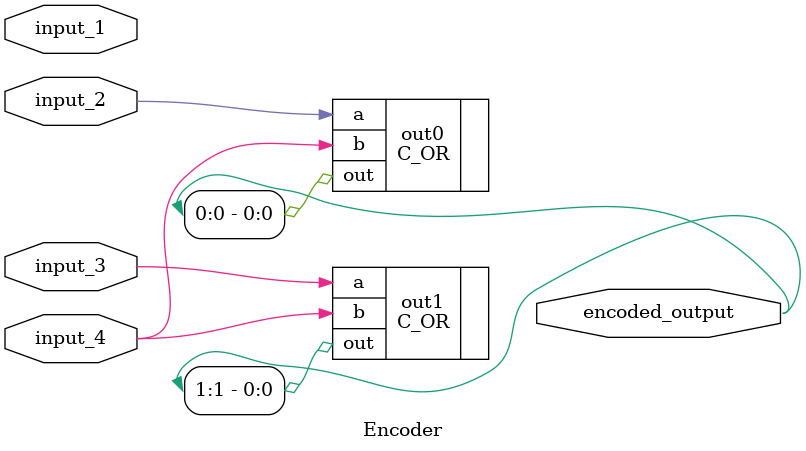
<source format=v>

module Encoder(input input_1, input_2, input_3, input_4, output [1:0] encoded_output);
    C_OR out0(.a(input_2), .b(input_4), .out(encoded_output[0]));
    C_OR out1(.a(input_3), .b(input_4), .out(encoded_output[1]));
    // assign encoded_output = (input_1 & ~input_2 & ~input_3 & ~input_4) ? 2'b00:
    //                          (~input_1 & input_2 & ~input_3 & ~input_4) ? 2'b01:
    //                          (~input_1 & ~input_2 & input_3 & ~input_4) ? 2'b10:
    //                          (~input_1 & ~input_2 & ~input_3 & input_4) ? 2'b11:
    //                          (~input_1 & ~input_2 & ~input_3 & ~input_4) ? 2'b00: 2'bxx; 

endmodule
</source>
